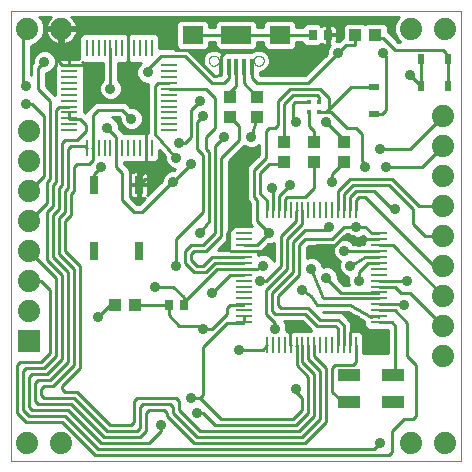
<source format=gtl>
G75*
%MOIN*%
%OFA0B0*%
%FSLAX25Y25*%
%IPPOS*%
%LPD*%
%AMOC8*
5,1,8,0,0,1.08239X$1,22.5*
%
%ADD10C,0.00000*%
%ADD11R,0.01800X0.01800*%
%ADD12R,0.03268X0.02480*%
%ADD13R,0.02480X0.03268*%
%ADD14R,0.02756X0.03543*%
%ADD15R,0.01575X0.05709*%
%ADD16R,0.07087X0.05906*%
%ADD17R,0.09843X0.05906*%
%ADD18C,0.07400*%
%ADD19R,0.04331X0.03937*%
%ADD20R,0.03937X0.04331*%
%ADD21R,0.03000X0.06000*%
%ADD22R,0.05800X0.01100*%
%ADD23R,0.01100X0.05800*%
%ADD24R,0.07480X0.04331*%
%ADD25R,0.07400X0.07400*%
%ADD26C,0.01000*%
%ADD27C,0.03600*%
D10*
X0307500Y0205500D02*
X0307500Y0355500D01*
X0457500Y0355500D01*
X0457500Y0205500D01*
X0307500Y0205500D01*
X0373347Y0338839D02*
X0373349Y0338920D01*
X0373355Y0339002D01*
X0373365Y0339083D01*
X0373379Y0339163D01*
X0373396Y0339242D01*
X0373418Y0339321D01*
X0373443Y0339398D01*
X0373472Y0339475D01*
X0373505Y0339549D01*
X0373542Y0339622D01*
X0373581Y0339693D01*
X0373625Y0339762D01*
X0373671Y0339829D01*
X0373721Y0339893D01*
X0373774Y0339955D01*
X0373830Y0340015D01*
X0373888Y0340071D01*
X0373950Y0340125D01*
X0374014Y0340176D01*
X0374080Y0340223D01*
X0374148Y0340267D01*
X0374219Y0340308D01*
X0374291Y0340345D01*
X0374366Y0340379D01*
X0374441Y0340409D01*
X0374519Y0340435D01*
X0374597Y0340458D01*
X0374676Y0340476D01*
X0374756Y0340491D01*
X0374837Y0340502D01*
X0374918Y0340509D01*
X0375000Y0340512D01*
X0375081Y0340511D01*
X0375162Y0340506D01*
X0375243Y0340497D01*
X0375324Y0340484D01*
X0375404Y0340467D01*
X0375482Y0340447D01*
X0375560Y0340422D01*
X0375637Y0340394D01*
X0375712Y0340362D01*
X0375785Y0340327D01*
X0375856Y0340288D01*
X0375926Y0340245D01*
X0375993Y0340200D01*
X0376059Y0340151D01*
X0376121Y0340099D01*
X0376181Y0340043D01*
X0376238Y0339985D01*
X0376293Y0339925D01*
X0376344Y0339861D01*
X0376392Y0339796D01*
X0376437Y0339728D01*
X0376479Y0339658D01*
X0376517Y0339586D01*
X0376552Y0339512D01*
X0376583Y0339437D01*
X0376610Y0339360D01*
X0376633Y0339282D01*
X0376653Y0339203D01*
X0376669Y0339123D01*
X0376681Y0339042D01*
X0376689Y0338961D01*
X0376693Y0338880D01*
X0376693Y0338798D01*
X0376689Y0338717D01*
X0376681Y0338636D01*
X0376669Y0338555D01*
X0376653Y0338475D01*
X0376633Y0338396D01*
X0376610Y0338318D01*
X0376583Y0338241D01*
X0376552Y0338166D01*
X0376517Y0338092D01*
X0376479Y0338020D01*
X0376437Y0337950D01*
X0376392Y0337882D01*
X0376344Y0337817D01*
X0376293Y0337753D01*
X0376238Y0337693D01*
X0376181Y0337635D01*
X0376121Y0337579D01*
X0376059Y0337527D01*
X0375993Y0337478D01*
X0375926Y0337433D01*
X0375857Y0337390D01*
X0375785Y0337351D01*
X0375712Y0337316D01*
X0375637Y0337284D01*
X0375560Y0337256D01*
X0375482Y0337231D01*
X0375404Y0337211D01*
X0375324Y0337194D01*
X0375243Y0337181D01*
X0375162Y0337172D01*
X0375081Y0337167D01*
X0375000Y0337166D01*
X0374918Y0337169D01*
X0374837Y0337176D01*
X0374756Y0337187D01*
X0374676Y0337202D01*
X0374597Y0337220D01*
X0374519Y0337243D01*
X0374441Y0337269D01*
X0374366Y0337299D01*
X0374291Y0337333D01*
X0374219Y0337370D01*
X0374148Y0337411D01*
X0374080Y0337455D01*
X0374014Y0337502D01*
X0373950Y0337553D01*
X0373888Y0337607D01*
X0373830Y0337663D01*
X0373774Y0337723D01*
X0373721Y0337785D01*
X0373671Y0337849D01*
X0373625Y0337916D01*
X0373581Y0337985D01*
X0373542Y0338056D01*
X0373505Y0338129D01*
X0373472Y0338203D01*
X0373443Y0338280D01*
X0373418Y0338357D01*
X0373396Y0338436D01*
X0373379Y0338515D01*
X0373365Y0338595D01*
X0373355Y0338676D01*
X0373349Y0338758D01*
X0373347Y0338839D01*
X0388307Y0338839D02*
X0388309Y0338920D01*
X0388315Y0339002D01*
X0388325Y0339083D01*
X0388339Y0339163D01*
X0388356Y0339242D01*
X0388378Y0339321D01*
X0388403Y0339398D01*
X0388432Y0339475D01*
X0388465Y0339549D01*
X0388502Y0339622D01*
X0388541Y0339693D01*
X0388585Y0339762D01*
X0388631Y0339829D01*
X0388681Y0339893D01*
X0388734Y0339955D01*
X0388790Y0340015D01*
X0388848Y0340071D01*
X0388910Y0340125D01*
X0388974Y0340176D01*
X0389040Y0340223D01*
X0389108Y0340267D01*
X0389179Y0340308D01*
X0389251Y0340345D01*
X0389326Y0340379D01*
X0389401Y0340409D01*
X0389479Y0340435D01*
X0389557Y0340458D01*
X0389636Y0340476D01*
X0389716Y0340491D01*
X0389797Y0340502D01*
X0389878Y0340509D01*
X0389960Y0340512D01*
X0390041Y0340511D01*
X0390122Y0340506D01*
X0390203Y0340497D01*
X0390284Y0340484D01*
X0390364Y0340467D01*
X0390442Y0340447D01*
X0390520Y0340422D01*
X0390597Y0340394D01*
X0390672Y0340362D01*
X0390745Y0340327D01*
X0390816Y0340288D01*
X0390886Y0340245D01*
X0390953Y0340200D01*
X0391019Y0340151D01*
X0391081Y0340099D01*
X0391141Y0340043D01*
X0391198Y0339985D01*
X0391253Y0339925D01*
X0391304Y0339861D01*
X0391352Y0339796D01*
X0391397Y0339728D01*
X0391439Y0339658D01*
X0391477Y0339586D01*
X0391512Y0339512D01*
X0391543Y0339437D01*
X0391570Y0339360D01*
X0391593Y0339282D01*
X0391613Y0339203D01*
X0391629Y0339123D01*
X0391641Y0339042D01*
X0391649Y0338961D01*
X0391653Y0338880D01*
X0391653Y0338798D01*
X0391649Y0338717D01*
X0391641Y0338636D01*
X0391629Y0338555D01*
X0391613Y0338475D01*
X0391593Y0338396D01*
X0391570Y0338318D01*
X0391543Y0338241D01*
X0391512Y0338166D01*
X0391477Y0338092D01*
X0391439Y0338020D01*
X0391397Y0337950D01*
X0391352Y0337882D01*
X0391304Y0337817D01*
X0391253Y0337753D01*
X0391198Y0337693D01*
X0391141Y0337635D01*
X0391081Y0337579D01*
X0391019Y0337527D01*
X0390953Y0337478D01*
X0390886Y0337433D01*
X0390817Y0337390D01*
X0390745Y0337351D01*
X0390672Y0337316D01*
X0390597Y0337284D01*
X0390520Y0337256D01*
X0390442Y0337231D01*
X0390364Y0337211D01*
X0390284Y0337194D01*
X0390203Y0337181D01*
X0390122Y0337172D01*
X0390041Y0337167D01*
X0389960Y0337166D01*
X0389878Y0337169D01*
X0389797Y0337176D01*
X0389716Y0337187D01*
X0389636Y0337202D01*
X0389557Y0337220D01*
X0389479Y0337243D01*
X0389401Y0337269D01*
X0389326Y0337299D01*
X0389251Y0337333D01*
X0389179Y0337370D01*
X0389108Y0337411D01*
X0389040Y0337455D01*
X0388974Y0337502D01*
X0388910Y0337553D01*
X0388848Y0337607D01*
X0388790Y0337663D01*
X0388734Y0337723D01*
X0388681Y0337785D01*
X0388631Y0337849D01*
X0388585Y0337916D01*
X0388541Y0337985D01*
X0388502Y0338056D01*
X0388465Y0338129D01*
X0388432Y0338203D01*
X0388403Y0338280D01*
X0388378Y0338357D01*
X0388356Y0338436D01*
X0388339Y0338515D01*
X0388325Y0338595D01*
X0388315Y0338676D01*
X0388309Y0338758D01*
X0388307Y0338839D01*
D11*
X0406800Y0325200D03*
X0410200Y0325200D03*
X0410200Y0321800D03*
X0406800Y0321800D03*
D12*
X0428500Y0320972D03*
X0428500Y0330028D03*
D13*
X0443972Y0330500D03*
X0453028Y0330500D03*
X0453028Y0339500D03*
X0443972Y0339500D03*
D14*
X0413059Y0347500D03*
X0407941Y0347500D03*
X0365059Y0257500D03*
X0359941Y0257500D03*
D15*
X0377382Y0336772D03*
X0379941Y0336772D03*
X0382500Y0336772D03*
X0385059Y0336772D03*
X0387618Y0336772D03*
D16*
X0397008Y0347500D03*
X0367992Y0347500D03*
D17*
X0382500Y0347500D03*
D18*
X0324200Y0349500D03*
X0312800Y0349500D03*
X0313500Y0315500D03*
X0313500Y0305500D03*
X0313500Y0295500D03*
X0313500Y0285500D03*
X0313500Y0275500D03*
X0313500Y0265500D03*
X0313500Y0255500D03*
X0312800Y0211500D03*
X0324200Y0211500D03*
X0440800Y0211500D03*
X0452200Y0211500D03*
X0451500Y0240500D03*
X0451500Y0250500D03*
X0451500Y0260500D03*
X0451500Y0270500D03*
X0451500Y0280500D03*
X0451500Y0290500D03*
X0451500Y0300500D03*
X0451500Y0310500D03*
X0451500Y0320500D03*
X0452200Y0349500D03*
X0440800Y0349500D03*
D19*
X0428846Y0347500D03*
X0422154Y0347500D03*
X0348846Y0257500D03*
X0342154Y0257500D03*
D20*
X0398500Y0305154D03*
X0398500Y0311846D03*
X0408500Y0311846D03*
X0408500Y0305154D03*
X0418500Y0305154D03*
X0418500Y0311846D03*
X0389500Y0320154D03*
X0389500Y0326846D03*
X0380500Y0326846D03*
X0380500Y0320154D03*
D21*
X0350000Y0297500D03*
X0335000Y0297500D03*
X0335000Y0275500D03*
X0350000Y0275500D03*
D22*
X0385000Y0275400D03*
X0385000Y0277300D03*
X0385000Y0279300D03*
X0385000Y0281300D03*
X0385000Y0273400D03*
X0385000Y0271400D03*
X0385000Y0269500D03*
X0385000Y0267500D03*
X0385000Y0265500D03*
X0385000Y0263500D03*
X0385000Y0261600D03*
X0385000Y0259600D03*
X0385000Y0257600D03*
X0385000Y0255700D03*
X0385000Y0253700D03*
X0385000Y0251700D03*
X0430000Y0251700D03*
X0430000Y0253700D03*
X0430000Y0255700D03*
X0430000Y0257600D03*
X0430000Y0259600D03*
X0430000Y0261600D03*
X0430000Y0263500D03*
X0430000Y0265500D03*
X0430000Y0267500D03*
X0430000Y0269500D03*
X0430000Y0271400D03*
X0430000Y0273400D03*
X0430000Y0275400D03*
X0430000Y0277300D03*
X0430000Y0279300D03*
X0430000Y0281300D03*
X0360100Y0315700D03*
X0360100Y0317600D03*
X0360100Y0319600D03*
X0360100Y0321600D03*
X0360100Y0323500D03*
X0360100Y0325500D03*
X0360100Y0327500D03*
X0360100Y0329500D03*
X0360100Y0331400D03*
X0360100Y0333400D03*
X0360100Y0335400D03*
X0360100Y0337300D03*
X0326900Y0337300D03*
X0326900Y0335400D03*
X0326900Y0333400D03*
X0326900Y0331400D03*
X0326900Y0329500D03*
X0326900Y0327500D03*
X0326900Y0325500D03*
X0326900Y0323500D03*
X0326900Y0321600D03*
X0326900Y0319600D03*
X0326900Y0317600D03*
X0326900Y0315700D03*
D23*
X0332700Y0309900D03*
X0334600Y0309900D03*
X0336600Y0309900D03*
X0338600Y0309900D03*
X0340500Y0309900D03*
X0342500Y0309900D03*
X0344500Y0309900D03*
X0346500Y0309900D03*
X0348400Y0309900D03*
X0350400Y0309900D03*
X0352400Y0309900D03*
X0354300Y0309900D03*
X0392700Y0289000D03*
X0394700Y0289000D03*
X0396700Y0289000D03*
X0398600Y0289000D03*
X0400600Y0289000D03*
X0402600Y0289000D03*
X0404500Y0289000D03*
X0406500Y0289000D03*
X0408500Y0289000D03*
X0410500Y0289000D03*
X0412400Y0289000D03*
X0414400Y0289000D03*
X0416400Y0289000D03*
X0418300Y0289000D03*
X0420300Y0289000D03*
X0422300Y0289000D03*
X0422300Y0244000D03*
X0420300Y0244000D03*
X0418300Y0244000D03*
X0416400Y0244000D03*
X0414400Y0244000D03*
X0412400Y0244000D03*
X0410500Y0244000D03*
X0408500Y0244000D03*
X0406500Y0244000D03*
X0404500Y0244000D03*
X0402600Y0244000D03*
X0400600Y0244000D03*
X0398600Y0244000D03*
X0396700Y0244000D03*
X0394700Y0244000D03*
X0392700Y0244000D03*
X0354300Y0343100D03*
X0352400Y0343100D03*
X0350400Y0343100D03*
X0348400Y0343100D03*
X0346500Y0343100D03*
X0344500Y0343100D03*
X0342500Y0343100D03*
X0340500Y0343100D03*
X0338600Y0343100D03*
X0336600Y0343100D03*
X0334600Y0343100D03*
X0332700Y0343100D03*
D24*
X0420217Y0234028D03*
X0434783Y0234028D03*
X0434783Y0224972D03*
X0420217Y0224972D03*
D25*
X0313500Y0245500D03*
D26*
X0320500Y0241500D02*
X0317500Y0238500D01*
X0310500Y0238500D01*
X0309500Y0237500D01*
X0309500Y0221500D01*
X0312500Y0218500D01*
X0324500Y0218500D01*
X0335500Y0207500D01*
X0433500Y0207500D01*
X0434500Y0208500D01*
X0434500Y0215500D01*
X0438500Y0219500D01*
X0441500Y0219500D01*
X0442500Y0220500D01*
X0442500Y0237500D01*
X0439500Y0240500D01*
X0439500Y0251500D01*
X0435300Y0255700D01*
X0430000Y0255700D01*
X0430000Y0257600D02*
X0438400Y0257600D01*
X0438500Y0257500D01*
X0437500Y0261500D02*
X0435500Y0263500D01*
X0430000Y0263500D01*
X0430000Y0261600D02*
X0429900Y0261500D01*
X0417500Y0261500D01*
X0412500Y0266500D01*
X0416300Y0266409D02*
X0419764Y0266409D01*
X0419700Y0266256D02*
X0419700Y0264744D01*
X0420008Y0264000D01*
X0418536Y0264000D01*
X0416300Y0266236D01*
X0416300Y0267256D01*
X0415721Y0268653D01*
X0414653Y0269721D01*
X0413256Y0270300D01*
X0411744Y0270300D01*
X0411300Y0270116D01*
X0411300Y0270256D01*
X0410721Y0271653D01*
X0409653Y0272721D01*
X0408256Y0273300D01*
X0406744Y0273300D01*
X0406000Y0272992D01*
X0406000Y0276464D01*
X0406536Y0277000D01*
X0414997Y0277000D01*
X0415011Y0277005D01*
X0414700Y0276256D01*
X0414700Y0274744D01*
X0415279Y0273347D01*
X0416347Y0272279D01*
X0417010Y0272004D01*
X0416700Y0271256D01*
X0416700Y0269744D01*
X0417279Y0268347D01*
X0418347Y0267279D01*
X0419744Y0266700D01*
X0419884Y0266700D01*
X0419700Y0266256D01*
X0419700Y0265411D02*
X0417125Y0265411D01*
X0418123Y0264412D02*
X0419837Y0264412D01*
X0418218Y0267408D02*
X0416237Y0267408D01*
X0415823Y0268406D02*
X0417254Y0268406D01*
X0416841Y0269405D02*
X0414969Y0269405D01*
X0416700Y0270403D02*
X0411239Y0270403D01*
X0410825Y0271402D02*
X0416760Y0271402D01*
X0416226Y0272400D02*
X0409974Y0272400D01*
X0407500Y0269500D02*
X0411400Y0259600D01*
X0430000Y0259600D01*
X0430000Y0253700D02*
X0427700Y0253700D01*
X0427500Y0253500D01*
X0420500Y0257500D01*
X0409500Y0257500D01*
X0407500Y0260500D01*
X0404500Y0262500D01*
X0403500Y0267500D02*
X0396500Y0260500D01*
X0396500Y0257500D01*
X0397500Y0256500D01*
X0406500Y0256500D01*
X0410500Y0252500D01*
X0416500Y0252500D01*
X0418300Y0250700D01*
X0418300Y0244000D01*
X0416400Y0244000D02*
X0416400Y0249600D01*
X0415500Y0250500D01*
X0409500Y0250500D01*
X0405500Y0254500D01*
X0395500Y0254500D01*
X0394500Y0255500D01*
X0394500Y0261500D01*
X0401500Y0268500D01*
X0401500Y0278500D01*
X0405500Y0282500D01*
X0412500Y0282500D01*
X0413500Y0283500D01*
X0414500Y0279500D02*
X0418500Y0283500D01*
X0422500Y0283500D01*
X0425500Y0283500D01*
X0427700Y0281300D01*
X0430000Y0281300D01*
X0430000Y0279300D02*
X0424300Y0279300D01*
X0423500Y0278500D01*
X0421500Y0280500D01*
X0418500Y0280500D01*
X0415500Y0277500D01*
X0409500Y0277500D01*
X0407500Y0275500D01*
X0406000Y0275396D02*
X0414700Y0275396D01*
X0414757Y0276394D02*
X0406000Y0276394D01*
X0406000Y0274397D02*
X0414844Y0274397D01*
X0415257Y0273399D02*
X0406000Y0273399D01*
X0403500Y0277500D02*
X0403500Y0267500D01*
X0399500Y0269500D02*
X0392500Y0262500D01*
X0392500Y0254500D01*
X0395500Y0251500D01*
X0395500Y0249500D01*
X0399300Y0249434D02*
X0407030Y0249434D01*
X0407381Y0249084D02*
X0407564Y0248900D01*
X0401222Y0248900D01*
X0400722Y0248400D01*
X0400600Y0248400D01*
X0400600Y0248278D01*
X0400600Y0248278D01*
X0400600Y0248278D01*
X0400600Y0248400D01*
X0400478Y0248400D01*
X0399978Y0248900D01*
X0399300Y0248900D01*
X0399300Y0250256D01*
X0398721Y0251653D01*
X0398374Y0252000D01*
X0404464Y0252000D01*
X0407381Y0249084D01*
X0406031Y0250433D02*
X0399227Y0250433D01*
X0398813Y0251432D02*
X0405033Y0251432D01*
X0400500Y0249500D02*
X0400500Y0244100D01*
X0400600Y0244000D01*
X0402500Y0243900D02*
X0402600Y0244000D01*
X0402600Y0237400D01*
X0406500Y0233500D01*
X0406500Y0221500D01*
X0402500Y0217500D01*
X0375500Y0217500D01*
X0371500Y0221500D01*
X0369500Y0221500D01*
X0370500Y0226500D02*
X0377500Y0219500D01*
X0401500Y0219500D01*
X0404500Y0222500D01*
X0404500Y0226500D01*
X0402500Y0228500D01*
X0402500Y0229500D01*
X0408500Y0234500D02*
X0404500Y0238500D01*
X0404500Y0244000D01*
X0406500Y0244000D02*
X0406500Y0239500D01*
X0410500Y0235500D01*
X0410500Y0219500D01*
X0404500Y0213500D01*
X0369500Y0213500D01*
X0361500Y0221500D01*
X0361500Y0223500D01*
X0360500Y0224500D01*
X0351500Y0224500D01*
X0350500Y0223500D01*
X0350500Y0216500D01*
X0349500Y0215500D01*
X0339500Y0215500D01*
X0328500Y0226500D01*
X0318500Y0226500D01*
X0317500Y0227500D01*
X0317500Y0229500D01*
X0318500Y0230500D01*
X0321500Y0230500D01*
X0328500Y0237500D01*
X0328500Y0269500D01*
X0323500Y0274500D01*
X0323500Y0286500D01*
X0325500Y0288500D01*
X0325500Y0295500D01*
X0326500Y0296500D01*
X0326500Y0309500D01*
X0327500Y0310500D01*
X0332100Y0310500D01*
X0332700Y0309900D01*
X0334500Y0309800D02*
X0334600Y0309900D01*
X0334600Y0320600D01*
X0336500Y0322500D01*
X0344500Y0322500D01*
X0347500Y0319500D01*
X0351300Y0319330D02*
X0353000Y0319330D01*
X0353000Y0318332D02*
X0351129Y0318332D01*
X0351300Y0318744D02*
X0351300Y0320256D01*
X0350721Y0321653D01*
X0349653Y0322721D01*
X0348256Y0323300D01*
X0347236Y0323300D01*
X0345916Y0324619D01*
X0344997Y0325000D01*
X0336003Y0325000D01*
X0335084Y0324619D01*
X0334381Y0323916D01*
X0332481Y0322016D01*
X0332199Y0321336D01*
X0331916Y0321619D01*
X0331800Y0321667D01*
X0331800Y0336778D01*
X0331300Y0337278D01*
X0331300Y0337300D01*
X0331300Y0338047D01*
X0331236Y0338285D01*
X0331322Y0338200D01*
X0338000Y0338200D01*
X0338000Y0332374D01*
X0337279Y0331653D01*
X0336700Y0330256D01*
X0336700Y0328744D01*
X0337279Y0327347D01*
X0338347Y0326279D01*
X0339744Y0325700D01*
X0341256Y0325700D01*
X0342653Y0326279D01*
X0343721Y0327347D01*
X0344300Y0328744D01*
X0344300Y0330256D01*
X0343721Y0331653D01*
X0343000Y0332374D01*
X0343000Y0338200D01*
X0345878Y0338200D01*
X0346378Y0338700D01*
X0346500Y0338700D01*
X0346522Y0338700D01*
X0347022Y0338200D01*
X0350826Y0338200D01*
X0349779Y0337153D01*
X0349200Y0335756D01*
X0349200Y0334244D01*
X0349779Y0332847D01*
X0350847Y0331779D01*
X0352244Y0331200D01*
X0353084Y0331200D01*
X0353000Y0330997D01*
X0353000Y0314800D01*
X0352922Y0314800D01*
X0352422Y0314300D01*
X0352400Y0314300D01*
X0352400Y0314278D01*
X0352400Y0314300D01*
X0352278Y0314300D01*
X0351778Y0314800D01*
X0344667Y0314800D01*
X0344619Y0314916D01*
X0343300Y0316236D01*
X0343300Y0317256D01*
X0342721Y0318653D01*
X0341653Y0319721D01*
X0340980Y0320000D01*
X0343464Y0320000D01*
X0343700Y0319764D01*
X0343700Y0318744D01*
X0344279Y0317347D01*
X0345347Y0316279D01*
X0346744Y0315700D01*
X0348256Y0315700D01*
X0349653Y0316279D01*
X0350721Y0317347D01*
X0351300Y0318744D01*
X0350707Y0317333D02*
X0353000Y0317333D01*
X0353000Y0316335D02*
X0349709Y0316335D01*
X0352241Y0314338D02*
X0352459Y0314338D01*
X0352400Y0314278D02*
X0352400Y0314278D01*
X0353000Y0315336D02*
X0344199Y0315336D01*
X0343300Y0316335D02*
X0345291Y0316335D01*
X0344293Y0317333D02*
X0343268Y0317333D01*
X0342854Y0318332D02*
X0343871Y0318332D01*
X0343700Y0319330D02*
X0342044Y0319330D01*
X0339500Y0316500D02*
X0342500Y0313500D01*
X0342500Y0309900D01*
X0342500Y0303500D01*
X0344500Y0301500D01*
X0344500Y0292500D01*
X0348500Y0288500D01*
X0351000Y0288500D01*
X0360000Y0297500D01*
X0360500Y0297500D01*
X0361500Y0298500D01*
X0367500Y0304500D01*
X0371500Y0307500D02*
X0369500Y0309500D01*
X0369500Y0318500D01*
X0371500Y0320500D01*
X0367500Y0322500D02*
X0370500Y0325500D01*
X0367500Y0322500D02*
X0367500Y0313500D01*
X0365500Y0311500D01*
X0363500Y0311500D01*
X0362500Y0306500D02*
X0355500Y0314500D01*
X0355500Y0330500D01*
X0356400Y0331400D01*
X0360100Y0331400D01*
X0360100Y0329500D02*
X0372500Y0329500D01*
X0375500Y0326500D01*
X0375500Y0316500D01*
X0372500Y0313500D01*
X0372500Y0309500D01*
X0373500Y0308500D01*
X0373500Y0285500D01*
X0370500Y0281500D01*
X0371500Y0277500D02*
X0375500Y0281500D01*
X0375500Y0310500D01*
X0378500Y0313500D01*
X0383500Y0312500D02*
X0377500Y0306500D01*
X0377500Y0280500D01*
X0372500Y0275500D01*
X0368500Y0275500D01*
X0367500Y0274500D01*
X0367500Y0272500D01*
X0369500Y0270500D01*
X0371500Y0270500D01*
X0374400Y0273400D01*
X0385000Y0273400D01*
X0384900Y0271500D02*
X0375500Y0271500D01*
X0372500Y0268500D01*
X0368500Y0268500D01*
X0365500Y0271500D01*
X0365500Y0275500D01*
X0367500Y0277500D01*
X0371500Y0277500D01*
X0376436Y0275900D02*
X0378916Y0278381D01*
X0379619Y0279084D01*
X0380000Y0280003D01*
X0380000Y0305464D01*
X0385081Y0310545D01*
X0385347Y0310279D01*
X0386744Y0309700D01*
X0388256Y0309700D01*
X0389653Y0310279D01*
X0390000Y0310626D01*
X0390000Y0307536D01*
X0386381Y0303916D01*
X0386000Y0302997D01*
X0386000Y0293003D01*
X0386381Y0292084D01*
X0387000Y0291464D01*
X0387000Y0285003D01*
X0387381Y0284084D01*
X0387614Y0283850D01*
X0381272Y0283850D01*
X0380100Y0282678D01*
X0380100Y0275922D01*
X0380122Y0275900D01*
X0376436Y0275900D01*
X0376930Y0276394D02*
X0380100Y0276394D01*
X0379500Y0276500D02*
X0380600Y0275400D01*
X0385000Y0275400D01*
X0391600Y0275400D01*
X0393500Y0275500D01*
X0395000Y0275396D02*
X0390931Y0275396D01*
X0390916Y0275381D02*
X0393236Y0277700D01*
X0394256Y0277700D01*
X0395000Y0278008D01*
X0395000Y0271980D01*
X0394721Y0272653D01*
X0393653Y0273721D01*
X0392256Y0274300D01*
X0390744Y0274300D01*
X0389900Y0273950D01*
X0389900Y0274778D01*
X0389678Y0275000D01*
X0389997Y0275000D01*
X0390916Y0275381D01*
X0389900Y0274397D02*
X0395000Y0274397D01*
X0395000Y0273399D02*
X0393975Y0273399D01*
X0394826Y0272400D02*
X0395000Y0272400D01*
X0397500Y0270500D02*
X0392500Y0265500D01*
X0390500Y0265500D01*
X0389500Y0269500D02*
X0391500Y0270500D01*
X0389500Y0269500D02*
X0385000Y0269500D01*
X0376059Y0269500D01*
X0365059Y0258500D01*
X0365059Y0257500D01*
X0365059Y0259941D01*
X0361500Y0263500D01*
X0355500Y0263500D01*
X0359941Y0257500D02*
X0348846Y0257500D01*
X0342154Y0257500D02*
X0340500Y0257500D01*
X0336500Y0253500D01*
X0320500Y0262500D02*
X0320500Y0241500D01*
X0322500Y0240500D02*
X0318500Y0236500D01*
X0312500Y0236500D01*
X0311500Y0235500D01*
X0311500Y0222500D01*
X0313500Y0220500D01*
X0325500Y0220500D01*
X0336500Y0209500D01*
X0428500Y0209500D01*
X0430500Y0211500D01*
X0420217Y0224972D02*
X0418028Y0224972D01*
X0414500Y0228500D01*
X0414500Y0236500D01*
X0415500Y0237500D01*
X0421500Y0237500D01*
X0422300Y0238300D01*
X0422300Y0244000D01*
X0420300Y0244000D02*
X0420300Y0246300D01*
X0420500Y0246500D01*
X0420500Y0248500D01*
X0422500Y0250500D01*
X0422500Y0252500D01*
X0422586Y0253429D02*
X0419107Y0253429D01*
X0419716Y0252819D02*
X0417916Y0254619D01*
X0416997Y0255000D01*
X0411536Y0255000D01*
X0411536Y0255000D01*
X0419836Y0255000D01*
X0425100Y0251992D01*
X0425100Y0250322D01*
X0426272Y0249150D01*
X0433000Y0249150D01*
X0433000Y0241300D01*
X0424850Y0241300D01*
X0424850Y0247728D01*
X0423678Y0248900D01*
X0420922Y0248900D01*
X0420800Y0248778D01*
X0420800Y0251197D01*
X0420419Y0252116D01*
X0419716Y0252819D01*
X0419716Y0252819D01*
X0420105Y0252430D02*
X0424334Y0252430D01*
X0425100Y0251432D02*
X0420703Y0251432D01*
X0420800Y0250433D02*
X0425100Y0250433D01*
X0425987Y0249434D02*
X0420800Y0249434D01*
X0424142Y0248436D02*
X0433000Y0248436D01*
X0433000Y0247437D02*
X0424850Y0247437D01*
X0424850Y0246439D02*
X0433000Y0246439D01*
X0433000Y0245440D02*
X0424850Y0245440D01*
X0424850Y0244442D02*
X0433000Y0244442D01*
X0433000Y0243443D02*
X0424850Y0243443D01*
X0424850Y0242445D02*
X0433000Y0242445D01*
X0433000Y0241446D02*
X0424850Y0241446D01*
X0430000Y0251700D02*
X0434300Y0251700D01*
X0435500Y0250500D01*
X0435500Y0234744D01*
X0434783Y0234028D01*
X0412500Y0236500D02*
X0408500Y0240500D01*
X0408500Y0244000D01*
X0412500Y0236500D02*
X0412500Y0218500D01*
X0405500Y0211500D01*
X0368500Y0211500D01*
X0359500Y0220500D01*
X0359500Y0221500D01*
X0358500Y0222500D01*
X0353500Y0222500D01*
X0352500Y0221500D01*
X0352500Y0215500D01*
X0350500Y0213500D01*
X0338500Y0213500D01*
X0327500Y0224500D01*
X0316500Y0224500D01*
X0315500Y0225500D01*
X0315500Y0231500D01*
X0316500Y0232500D01*
X0320500Y0232500D01*
X0326500Y0238500D01*
X0326500Y0268500D01*
X0321500Y0273500D01*
X0321500Y0287500D01*
X0323500Y0289500D01*
X0323500Y0296500D01*
X0324500Y0297500D01*
X0324500Y0311500D01*
X0325500Y0312500D01*
X0329500Y0312500D01*
X0332500Y0315500D01*
X0332500Y0317500D01*
X0330500Y0319500D01*
X0326800Y0319500D01*
X0326900Y0319600D01*
X0326900Y0321600D01*
X0326900Y0323500D02*
X0323500Y0323500D01*
X0322500Y0322500D01*
X0322500Y0298500D01*
X0321500Y0297500D01*
X0321500Y0290500D01*
X0319500Y0288500D01*
X0319500Y0272500D01*
X0324500Y0267500D01*
X0324500Y0239500D01*
X0319500Y0234500D01*
X0314500Y0234500D01*
X0313500Y0233500D01*
X0313500Y0223500D01*
X0314500Y0222500D01*
X0326500Y0222500D01*
X0337500Y0211500D01*
X0353500Y0211500D01*
X0357500Y0215500D01*
X0357500Y0217500D01*
X0363500Y0222500D02*
X0370500Y0215500D01*
X0403500Y0215500D01*
X0408500Y0220500D01*
X0408500Y0234500D01*
X0400758Y0248436D02*
X0400442Y0248436D01*
X0392700Y0244000D02*
X0392500Y0243800D01*
X0391500Y0242500D01*
X0383500Y0242500D01*
X0384800Y0251500D02*
X0379500Y0251500D01*
X0371500Y0243500D01*
X0371500Y0227500D01*
X0370500Y0226500D01*
X0367500Y0226500D01*
X0363500Y0225500D02*
X0363500Y0222500D01*
X0363500Y0225500D02*
X0362500Y0226500D01*
X0349500Y0226500D01*
X0348500Y0225500D01*
X0348500Y0218500D01*
X0347500Y0217500D01*
X0340500Y0217500D01*
X0329500Y0228500D01*
X0325500Y0228500D01*
X0324500Y0229500D01*
X0324500Y0230500D01*
X0330500Y0236500D01*
X0330500Y0270500D01*
X0325500Y0275500D01*
X0325500Y0285500D01*
X0327500Y0287500D01*
X0327500Y0294500D01*
X0328500Y0295500D01*
X0328500Y0303500D01*
X0329500Y0304500D01*
X0333500Y0304500D01*
X0334600Y0305600D01*
X0334600Y0309900D01*
X0337500Y0303500D02*
X0335000Y0301000D01*
X0335000Y0297500D01*
X0347000Y0297363D02*
X0349750Y0297363D01*
X0349750Y0297250D02*
X0347000Y0297250D01*
X0347000Y0294303D01*
X0347102Y0293921D01*
X0347300Y0293579D01*
X0347579Y0293300D01*
X0347921Y0293102D01*
X0348303Y0293000D01*
X0349750Y0293000D01*
X0349750Y0297250D01*
X0350250Y0297250D01*
X0350250Y0297750D01*
X0349750Y0297750D01*
X0349750Y0302000D01*
X0348303Y0302000D01*
X0347921Y0301898D01*
X0347579Y0301700D01*
X0347300Y0301421D01*
X0347102Y0301079D01*
X0347000Y0300697D01*
X0347000Y0297750D01*
X0349750Y0297750D01*
X0349750Y0297250D01*
X0350000Y0297500D02*
X0352000Y0299500D01*
X0355500Y0299500D01*
X0357326Y0298362D02*
X0353000Y0298362D01*
X0353000Y0297750D02*
X0353000Y0300697D01*
X0352898Y0301079D01*
X0352700Y0301421D01*
X0352421Y0301700D01*
X0352079Y0301898D01*
X0351697Y0302000D01*
X0350250Y0302000D01*
X0350250Y0297750D01*
X0353000Y0297750D01*
X0353000Y0297250D02*
X0350250Y0297250D01*
X0350250Y0293000D01*
X0351697Y0293000D01*
X0352062Y0293098D01*
X0349964Y0291000D01*
X0349536Y0291000D01*
X0347000Y0293536D01*
X0347000Y0301997D01*
X0346619Y0302916D01*
X0345916Y0303619D01*
X0345000Y0304536D01*
X0345000Y0305000D01*
X0351778Y0305000D01*
X0352278Y0305500D01*
X0352400Y0305500D01*
X0352422Y0305500D01*
X0352922Y0305000D01*
X0355678Y0305000D01*
X0356850Y0306172D01*
X0356850Y0309161D01*
X0358700Y0307046D01*
X0358700Y0305744D01*
X0359279Y0304347D01*
X0360347Y0303279D01*
X0361744Y0302700D01*
X0362164Y0302700D01*
X0361764Y0302300D01*
X0360744Y0302300D01*
X0359347Y0301721D01*
X0358279Y0300653D01*
X0357700Y0299256D01*
X0357700Y0298736D01*
X0352902Y0293938D01*
X0353000Y0294303D01*
X0353000Y0297250D01*
X0353000Y0296365D02*
X0355329Y0296365D01*
X0356328Y0297363D02*
X0350250Y0297363D01*
X0350000Y0297500D02*
X0350000Y0300000D01*
X0352500Y0302500D01*
X0352500Y0309800D01*
X0352400Y0309900D01*
X0352400Y0320600D01*
X0346500Y0326500D01*
X0346500Y0327500D01*
X0346500Y0343100D01*
X0346500Y0347500D01*
X0347500Y0348500D01*
X0356500Y0348500D01*
X0362500Y0342500D01*
X0366500Y0342500D01*
X0375228Y0333772D01*
X0377382Y0333925D01*
X0377382Y0336772D01*
X0377382Y0340382D01*
X0379500Y0342500D01*
X0406500Y0342500D01*
X0404500Y0340500D01*
X0404500Y0336500D01*
X0405772Y0334308D02*
X0390405Y0334308D01*
X0390405Y0334130D02*
X0390405Y0335165D01*
X0390711Y0335165D01*
X0392061Y0335725D01*
X0393094Y0336758D01*
X0393654Y0338108D01*
X0393654Y0339569D01*
X0393094Y0340919D01*
X0392061Y0341953D01*
X0390711Y0342512D01*
X0389250Y0342512D01*
X0387900Y0341953D01*
X0387573Y0341626D01*
X0378325Y0341626D01*
X0377876Y0341177D01*
X0377100Y0341953D01*
X0375750Y0342512D01*
X0374289Y0342512D01*
X0372939Y0341953D01*
X0371906Y0340919D01*
X0371346Y0339569D01*
X0371346Y0338189D01*
X0366988Y0342547D01*
X0372364Y0342547D01*
X0373535Y0343719D01*
X0373535Y0345000D01*
X0375579Y0345000D01*
X0375579Y0343719D01*
X0376750Y0342547D01*
X0388250Y0342547D01*
X0389421Y0343719D01*
X0389421Y0345000D01*
X0391465Y0345000D01*
X0391465Y0343719D01*
X0392636Y0342547D01*
X0401380Y0342547D01*
X0402551Y0343719D01*
X0402551Y0345000D01*
X0404563Y0345000D01*
X0404563Y0344900D01*
X0405735Y0343728D01*
X0410147Y0343728D01*
X0410879Y0344460D01*
X0411102Y0344331D01*
X0411484Y0344228D01*
X0412870Y0344228D01*
X0412870Y0347311D01*
X0413248Y0347311D01*
X0413248Y0344228D01*
X0413854Y0344228D01*
X0413279Y0343653D01*
X0412700Y0342256D01*
X0412700Y0341236D01*
X0405464Y0334000D01*
X0390536Y0334000D01*
X0390405Y0334130D01*
X0391052Y0335306D02*
X0406771Y0335306D01*
X0407769Y0336305D02*
X0392641Y0336305D01*
X0393320Y0337303D02*
X0408768Y0337303D01*
X0409766Y0338302D02*
X0393654Y0338302D01*
X0393654Y0339301D02*
X0410765Y0339301D01*
X0411764Y0340299D02*
X0393351Y0340299D01*
X0392716Y0341298D02*
X0412700Y0341298D01*
X0412717Y0342296D02*
X0391232Y0342296D01*
X0391889Y0343295D02*
X0388997Y0343295D01*
X0388729Y0342296D02*
X0376271Y0342296D01*
X0376003Y0343295D02*
X0373111Y0343295D01*
X0373535Y0344293D02*
X0375579Y0344293D01*
X0373768Y0342296D02*
X0367239Y0342296D01*
X0368238Y0341298D02*
X0372284Y0341298D01*
X0371649Y0340299D02*
X0369236Y0340299D01*
X0370235Y0339301D02*
X0371346Y0339301D01*
X0371346Y0338302D02*
X0371234Y0338302D01*
X0365500Y0340500D02*
X0374500Y0331500D01*
X0378500Y0331500D01*
X0379941Y0332941D01*
X0379941Y0336772D01*
X0382500Y0336772D02*
X0382500Y0330500D01*
X0378846Y0326846D01*
X0380500Y0326846D01*
X0385059Y0331287D02*
X0385059Y0336772D01*
X0387618Y0336772D02*
X0387772Y0336772D01*
X0387772Y0333228D01*
X0389500Y0331500D01*
X0406500Y0331500D01*
X0416500Y0341500D01*
X0419154Y0344154D01*
X0422154Y0344154D01*
X0422154Y0347500D01*
X0417988Y0347289D02*
X0415937Y0347289D01*
X0415937Y0347311D02*
X0413248Y0347311D01*
X0413248Y0347689D01*
X0412870Y0347689D01*
X0412870Y0350772D01*
X0411484Y0350772D01*
X0411102Y0350669D01*
X0410879Y0350540D01*
X0410147Y0351272D01*
X0405735Y0351272D01*
X0404563Y0350100D01*
X0404563Y0350000D01*
X0402551Y0350000D01*
X0402551Y0351281D01*
X0401380Y0352453D01*
X0392636Y0352453D01*
X0391465Y0351281D01*
X0391465Y0350000D01*
X0389421Y0350000D01*
X0389421Y0351281D01*
X0388250Y0352453D01*
X0376750Y0352453D01*
X0375579Y0351281D01*
X0375579Y0350000D01*
X0373535Y0350000D01*
X0373535Y0351281D01*
X0372364Y0352453D01*
X0363620Y0352453D01*
X0362449Y0351281D01*
X0362449Y0343719D01*
X0363168Y0343000D01*
X0357003Y0343000D01*
X0356850Y0342937D01*
X0356850Y0346828D01*
X0355678Y0348000D01*
X0347022Y0348000D01*
X0346522Y0347500D01*
X0346500Y0347500D01*
X0346500Y0347478D01*
X0346500Y0347500D01*
X0346378Y0347500D01*
X0345878Y0348000D01*
X0331322Y0348000D01*
X0330150Y0346828D01*
X0330150Y0339372D01*
X0330235Y0339286D01*
X0329997Y0339350D01*
X0326900Y0339350D01*
X0326900Y0337950D01*
X0326900Y0337950D01*
X0326900Y0339350D01*
X0323803Y0339350D01*
X0323421Y0339248D01*
X0323079Y0339050D01*
X0322800Y0338771D01*
X0322602Y0338429D01*
X0322500Y0338047D01*
X0322500Y0337300D01*
X0322522Y0337300D01*
X0322522Y0337300D01*
X0322500Y0337300D01*
X0322500Y0337278D01*
X0322000Y0336778D01*
X0322000Y0327536D01*
X0319000Y0330536D01*
X0319000Y0334700D01*
X0319256Y0334700D01*
X0320653Y0335279D01*
X0321721Y0336347D01*
X0322300Y0337744D01*
X0322300Y0339256D01*
X0321721Y0340653D01*
X0320653Y0341721D01*
X0319256Y0342300D01*
X0317744Y0342300D01*
X0316347Y0341721D01*
X0315279Y0340653D01*
X0314700Y0339256D01*
X0314700Y0338236D01*
X0314381Y0337916D01*
X0314000Y0336997D01*
X0314000Y0333992D01*
X0314000Y0343827D01*
X0316029Y0344668D01*
X0317632Y0346271D01*
X0318500Y0348366D01*
X0318500Y0350634D01*
X0317632Y0352729D01*
X0316861Y0353500D01*
X0320859Y0353500D01*
X0320812Y0353466D01*
X0320234Y0352888D01*
X0319753Y0352225D01*
X0319381Y0351496D01*
X0319128Y0350718D01*
X0319014Y0350000D01*
X0323700Y0350000D01*
X0323700Y0349000D01*
X0324700Y0349000D01*
X0324700Y0350000D01*
X0329386Y0350000D01*
X0329272Y0350718D01*
X0329019Y0351496D01*
X0328647Y0352225D01*
X0328166Y0352888D01*
X0327588Y0353466D01*
X0327541Y0353500D01*
X0436739Y0353500D01*
X0435968Y0352729D01*
X0435100Y0350634D01*
X0435100Y0348366D01*
X0435968Y0346271D01*
X0437239Y0345000D01*
X0436536Y0345000D01*
X0433619Y0347916D01*
X0433012Y0348524D01*
X0433012Y0350297D01*
X0431840Y0351468D01*
X0425853Y0351468D01*
X0425500Y0351116D01*
X0425147Y0351468D01*
X0419160Y0351468D01*
X0417988Y0350297D01*
X0417988Y0346377D01*
X0417737Y0346273D01*
X0416764Y0345300D01*
X0415875Y0345300D01*
X0415937Y0345531D01*
X0415937Y0347311D01*
X0415937Y0347689D02*
X0415937Y0349469D01*
X0415835Y0349851D01*
X0415637Y0350193D01*
X0415358Y0350472D01*
X0415016Y0350669D01*
X0414634Y0350772D01*
X0413248Y0350772D01*
X0413248Y0347689D01*
X0415937Y0347689D01*
X0415937Y0348287D02*
X0417988Y0348287D01*
X0417988Y0349286D02*
X0415937Y0349286D01*
X0415546Y0350284D02*
X0417988Y0350284D01*
X0418974Y0351283D02*
X0402550Y0351283D01*
X0402551Y0350284D02*
X0404747Y0350284D01*
X0401551Y0352281D02*
X0435782Y0352281D01*
X0435369Y0351283D02*
X0432026Y0351283D01*
X0433012Y0350284D02*
X0435100Y0350284D01*
X0435100Y0349286D02*
X0433012Y0349286D01*
X0433248Y0348287D02*
X0435133Y0348287D01*
X0435546Y0347289D02*
X0434247Y0347289D01*
X0435245Y0346290D02*
X0435960Y0346290D01*
X0436244Y0345292D02*
X0436947Y0345292D01*
X0435500Y0342500D02*
X0431500Y0346500D01*
X0429846Y0346500D01*
X0428846Y0347500D01*
X0425667Y0351283D02*
X0425333Y0351283D01*
X0417779Y0346290D02*
X0415937Y0346290D01*
X0413500Y0347059D02*
X0413500Y0344500D01*
X0411500Y0342500D01*
X0406500Y0342500D01*
X0405170Y0344293D02*
X0402551Y0344293D01*
X0402127Y0343295D02*
X0413130Y0343295D01*
X0413248Y0344293D02*
X0412870Y0344293D01*
X0412870Y0345292D02*
X0413248Y0345292D01*
X0413248Y0346290D02*
X0412870Y0346290D01*
X0413500Y0347059D02*
X0413059Y0347500D01*
X0412870Y0347289D02*
X0413248Y0347289D01*
X0413248Y0348287D02*
X0412870Y0348287D01*
X0412870Y0349286D02*
X0413248Y0349286D01*
X0413248Y0350284D02*
X0412870Y0350284D01*
X0407941Y0347500D02*
X0397008Y0347500D01*
X0382500Y0347500D01*
X0367992Y0347500D01*
X0362449Y0347289D02*
X0356390Y0347289D01*
X0356850Y0346290D02*
X0362449Y0346290D01*
X0362449Y0345292D02*
X0356850Y0345292D01*
X0356850Y0344293D02*
X0362449Y0344293D01*
X0362873Y0343295D02*
X0356850Y0343295D01*
X0357500Y0340500D02*
X0353000Y0336000D01*
X0353000Y0335000D01*
X0350315Y0332311D02*
X0343063Y0332311D01*
X0343000Y0333309D02*
X0349587Y0333309D01*
X0349200Y0334308D02*
X0343000Y0334308D01*
X0343000Y0335306D02*
X0349200Y0335306D01*
X0349427Y0336305D02*
X0343000Y0336305D01*
X0343000Y0337303D02*
X0349930Y0337303D01*
X0346920Y0338302D02*
X0345980Y0338302D01*
X0346500Y0338700D02*
X0346500Y0338722D01*
X0346500Y0338722D01*
X0346500Y0338700D01*
X0340500Y0343100D02*
X0340500Y0329500D01*
X0337937Y0332311D02*
X0331800Y0332311D01*
X0331800Y0333309D02*
X0338000Y0333309D01*
X0338000Y0334308D02*
X0331800Y0334308D01*
X0331800Y0335306D02*
X0338000Y0335306D01*
X0338000Y0336305D02*
X0331800Y0336305D01*
X0331300Y0337300D02*
X0331278Y0337300D01*
X0331300Y0337300D01*
X0331300Y0337303D02*
X0338000Y0337303D01*
X0336000Y0333000D02*
X0336000Y0328000D01*
X0338500Y0325500D01*
X0344500Y0325500D01*
X0346500Y0327500D01*
X0344123Y0328317D02*
X0353000Y0328317D01*
X0353000Y0329315D02*
X0344300Y0329315D01*
X0344276Y0330314D02*
X0353000Y0330314D01*
X0351973Y0331312D02*
X0343862Y0331312D01*
X0343692Y0327318D02*
X0353000Y0327318D01*
X0353000Y0326320D02*
X0342694Y0326320D01*
X0346213Y0324323D02*
X0353000Y0324323D01*
X0353000Y0325321D02*
X0331800Y0325321D01*
X0331800Y0324323D02*
X0334787Y0324323D01*
X0333789Y0323324D02*
X0331800Y0323324D01*
X0331800Y0322326D02*
X0332790Y0322326D01*
X0331800Y0326320D02*
X0338306Y0326320D01*
X0337308Y0327318D02*
X0331800Y0327318D01*
X0331800Y0328317D02*
X0336877Y0328317D01*
X0336700Y0329315D02*
X0331800Y0329315D01*
X0331800Y0330314D02*
X0336724Y0330314D01*
X0337138Y0331312D02*
X0331800Y0331312D01*
X0336000Y0333000D02*
X0331500Y0337500D01*
X0327100Y0337500D01*
X0326900Y0337300D01*
X0326700Y0337500D01*
X0324500Y0337500D01*
X0323500Y0338500D01*
X0323500Y0347800D01*
X0324200Y0348500D01*
X0324200Y0349500D01*
X0324700Y0349286D02*
X0362449Y0349286D01*
X0362449Y0350284D02*
X0329341Y0350284D01*
X0329088Y0351283D02*
X0362450Y0351283D01*
X0363449Y0352281D02*
X0328607Y0352281D01*
X0327774Y0353280D02*
X0436519Y0353280D01*
X0435500Y0342500D02*
X0451500Y0342500D01*
X0452500Y0341500D01*
X0452500Y0340028D01*
X0453028Y0339500D01*
X0453028Y0330500D01*
X0443972Y0330500D02*
X0440461Y0334012D01*
X0443972Y0330500D02*
X0443972Y0339500D01*
X0432500Y0340500D02*
X0431500Y0341500D01*
X0432500Y0340500D02*
X0432500Y0322500D01*
X0430972Y0320972D01*
X0428500Y0320972D01*
X0422500Y0316500D02*
X0424500Y0314500D01*
X0424500Y0305500D01*
X0425500Y0304500D01*
X0425500Y0303500D01*
X0420500Y0299500D02*
X0434500Y0299500D01*
X0443500Y0290500D01*
X0451500Y0290500D01*
X0451500Y0280500D02*
X0445500Y0280500D01*
X0441500Y0284500D01*
X0441500Y0289500D01*
X0433500Y0297500D01*
X0421500Y0297500D01*
X0418500Y0294500D01*
X0418500Y0289200D01*
X0418300Y0289000D01*
X0416500Y0289100D02*
X0416500Y0295500D01*
X0420500Y0299500D01*
X0422500Y0295500D02*
X0428500Y0295500D01*
X0434500Y0289500D01*
X0435500Y0289500D01*
X0425500Y0293500D02*
X0448500Y0270500D01*
X0451500Y0270500D01*
X0451500Y0260500D02*
X0434700Y0277300D01*
X0430000Y0277300D01*
X0430000Y0275400D02*
X0421400Y0275400D01*
X0418500Y0275500D01*
X0420983Y0278391D02*
X0425100Y0278391D01*
X0425100Y0278678D02*
X0425100Y0277900D01*
X0421474Y0277900D01*
X0420653Y0278721D01*
X0419256Y0279300D01*
X0417836Y0279300D01*
X0419536Y0281000D01*
X0419626Y0281000D01*
X0420347Y0280279D01*
X0421744Y0279700D01*
X0423256Y0279700D01*
X0424653Y0280279D01*
X0424919Y0280545D01*
X0425100Y0280364D01*
X0425100Y0279922D01*
X0425600Y0279422D01*
X0425600Y0279300D01*
X0425722Y0279300D01*
X0425722Y0279300D01*
X0425722Y0279300D01*
X0425600Y0279300D01*
X0425600Y0279178D01*
X0425100Y0278678D01*
X0425600Y0279390D02*
X0417925Y0279390D01*
X0418924Y0280388D02*
X0420238Y0280388D01*
X0424762Y0280388D02*
X0425076Y0280388D01*
X0425400Y0273400D02*
X0420500Y0270500D01*
X0423500Y0268500D02*
X0423500Y0265500D01*
X0423500Y0268500D02*
X0426400Y0271400D01*
X0430000Y0271400D01*
X0430000Y0273400D02*
X0425400Y0273400D01*
X0430000Y0265500D02*
X0439500Y0265500D01*
X0440500Y0261500D02*
X0451500Y0250500D01*
X0440500Y0261500D02*
X0437500Y0261500D01*
X0430000Y0253700D02*
X0429800Y0253500D01*
X0420839Y0254427D02*
X0418108Y0254427D01*
X0399500Y0269500D02*
X0399500Y0279500D01*
X0404500Y0284500D01*
X0404500Y0289000D01*
X0402600Y0289000D02*
X0402500Y0288900D01*
X0402500Y0285500D01*
X0397500Y0280500D01*
X0397500Y0270500D01*
X0395000Y0276394D02*
X0391930Y0276394D01*
X0392928Y0277393D02*
X0395000Y0277393D01*
X0393500Y0281500D02*
X0389500Y0277500D01*
X0387500Y0277500D01*
X0387300Y0277300D01*
X0385000Y0277300D01*
X0380100Y0277393D02*
X0377928Y0277393D01*
X0378927Y0278391D02*
X0380100Y0278391D01*
X0380100Y0279390D02*
X0379746Y0279390D01*
X0380000Y0280388D02*
X0380100Y0280388D01*
X0380100Y0281387D02*
X0380000Y0281387D01*
X0379500Y0281500D02*
X0379500Y0276500D01*
X0379500Y0281500D02*
X0381500Y0283500D01*
X0381500Y0284500D01*
X0380805Y0283384D02*
X0380000Y0283384D01*
X0380000Y0284382D02*
X0387257Y0284382D01*
X0387000Y0285381D02*
X0380000Y0285381D01*
X0380000Y0286379D02*
X0387000Y0286379D01*
X0387000Y0287378D02*
X0380000Y0287378D01*
X0380000Y0288376D02*
X0387000Y0288376D01*
X0387000Y0289375D02*
X0380000Y0289375D01*
X0380000Y0290373D02*
X0387000Y0290373D01*
X0387000Y0291372D02*
X0380000Y0291372D01*
X0380000Y0292370D02*
X0386262Y0292370D01*
X0386000Y0293369D02*
X0380000Y0293369D01*
X0380000Y0294368D02*
X0386000Y0294368D01*
X0386000Y0295366D02*
X0380000Y0295366D01*
X0380000Y0296365D02*
X0386000Y0296365D01*
X0386000Y0297363D02*
X0380000Y0297363D01*
X0380000Y0298362D02*
X0386000Y0298362D01*
X0386000Y0299360D02*
X0380000Y0299360D01*
X0380000Y0300359D02*
X0386000Y0300359D01*
X0386000Y0301357D02*
X0380000Y0301357D01*
X0380000Y0302356D02*
X0386000Y0302356D01*
X0386148Y0303354D02*
X0380000Y0303354D01*
X0380000Y0304353D02*
X0386817Y0304353D01*
X0387816Y0305351D02*
X0380000Y0305351D01*
X0380885Y0306350D02*
X0388814Y0306350D01*
X0389813Y0307348D02*
X0381884Y0307348D01*
X0382882Y0308347D02*
X0390000Y0308347D01*
X0390000Y0309345D02*
X0383881Y0309345D01*
X0384879Y0310344D02*
X0385282Y0310344D01*
X0383500Y0312500D02*
X0383500Y0317154D01*
X0380500Y0320154D01*
X0389500Y0320154D02*
X0387500Y0313500D01*
X0389718Y0310344D02*
X0390000Y0310344D01*
X0392500Y0306500D02*
X0392500Y0315500D01*
X0393500Y0316500D01*
X0395500Y0316500D01*
X0396500Y0317500D01*
X0396500Y0325500D01*
X0400500Y0329500D01*
X0410500Y0329500D01*
X0413500Y0326500D01*
X0413500Y0322800D01*
X0420728Y0330028D01*
X0428500Y0330028D01*
X0422500Y0316500D02*
X0419500Y0316500D01*
X0414200Y0321800D01*
X0412500Y0321800D01*
X0413500Y0322800D01*
X0412500Y0321800D02*
X0410200Y0321800D01*
X0406800Y0321800D02*
X0406800Y0317200D01*
X0408500Y0315500D01*
X0408500Y0311846D01*
X0408500Y0305154D02*
X0408500Y0296500D01*
X0405500Y0293500D01*
X0399500Y0293500D01*
X0398600Y0292600D01*
X0398600Y0289000D01*
X0396700Y0289000D02*
X0396700Y0293700D01*
X0400500Y0297500D01*
X0394500Y0296500D02*
X0394700Y0295300D01*
X0394700Y0289000D01*
X0392700Y0289000D02*
X0392700Y0292300D01*
X0390500Y0294500D01*
X0390500Y0301500D01*
X0393500Y0304500D01*
X0397846Y0304500D01*
X0398500Y0305154D01*
X0392500Y0306500D02*
X0388500Y0302500D01*
X0388500Y0293500D01*
X0389500Y0292500D01*
X0389500Y0285500D01*
X0393500Y0281500D01*
X0403500Y0277500D02*
X0405500Y0279500D01*
X0414500Y0279500D01*
X0416400Y0289000D02*
X0416500Y0289100D01*
X0420300Y0289000D02*
X0420500Y0289200D01*
X0420500Y0293500D01*
X0422500Y0295500D01*
X0423500Y0293500D02*
X0425500Y0293500D01*
X0423500Y0293500D02*
X0422300Y0292300D01*
X0422300Y0289000D01*
X0414500Y0298500D02*
X0414500Y0301154D01*
X0418500Y0305154D01*
X0418500Y0311846D02*
X0418500Y0312500D01*
X0412500Y0318500D01*
X0410200Y0325200D02*
X0410200Y0326800D01*
X0409500Y0327500D01*
X0401500Y0327500D01*
X0398500Y0324500D01*
X0398500Y0311846D01*
X0402500Y0318500D02*
X0401500Y0319500D01*
X0401500Y0324500D01*
X0402200Y0325200D01*
X0406800Y0325200D01*
X0389500Y0326846D02*
X0385059Y0331287D01*
X0377997Y0341298D02*
X0377755Y0341298D01*
X0375579Y0350284D02*
X0373535Y0350284D01*
X0373534Y0351283D02*
X0375580Y0351283D01*
X0376579Y0352281D02*
X0372535Y0352281D01*
X0362449Y0348287D02*
X0329273Y0348287D01*
X0329272Y0348282D02*
X0329386Y0349000D01*
X0324700Y0349000D01*
X0324700Y0344314D01*
X0325418Y0344428D01*
X0326196Y0344681D01*
X0326925Y0345053D01*
X0327588Y0345534D01*
X0328166Y0346112D01*
X0328647Y0346775D01*
X0329019Y0347504D01*
X0329272Y0348282D01*
X0328909Y0347289D02*
X0330610Y0347289D01*
X0330150Y0346290D02*
X0328295Y0346290D01*
X0327254Y0345292D02*
X0330150Y0345292D01*
X0330150Y0344293D02*
X0315124Y0344293D01*
X0314000Y0343295D02*
X0330150Y0343295D01*
X0330150Y0342296D02*
X0319265Y0342296D01*
X0317735Y0342296D02*
X0314000Y0342296D01*
X0314000Y0341298D02*
X0315924Y0341298D01*
X0315132Y0340299D02*
X0314000Y0340299D01*
X0314000Y0339301D02*
X0314719Y0339301D01*
X0314700Y0338302D02*
X0314000Y0338302D01*
X0314000Y0337303D02*
X0314127Y0337303D01*
X0314000Y0336305D02*
X0314000Y0336305D01*
X0314000Y0335306D02*
X0314000Y0335306D01*
X0314000Y0334308D02*
X0314000Y0334308D01*
X0314000Y0333992D02*
X0314000Y0333992D01*
X0311500Y0331500D02*
X0311500Y0347200D01*
X0312800Y0348500D01*
X0312800Y0349500D01*
X0318054Y0347289D02*
X0319491Y0347289D01*
X0319381Y0347504D02*
X0319753Y0346775D01*
X0320234Y0346112D01*
X0320812Y0345534D01*
X0321475Y0345053D01*
X0322204Y0344681D01*
X0322982Y0344428D01*
X0323700Y0344314D01*
X0323700Y0349000D01*
X0319014Y0349000D01*
X0319128Y0348282D01*
X0319381Y0347504D01*
X0319127Y0348287D02*
X0318467Y0348287D01*
X0318500Y0349286D02*
X0323700Y0349286D01*
X0323700Y0348287D02*
X0324700Y0348287D01*
X0324700Y0347289D02*
X0323700Y0347289D01*
X0323700Y0346290D02*
X0324700Y0346290D01*
X0324700Y0345292D02*
X0323700Y0345292D01*
X0321146Y0345292D02*
X0316653Y0345292D01*
X0317640Y0346290D02*
X0320105Y0346290D01*
X0319059Y0350284D02*
X0318500Y0350284D01*
X0318231Y0351283D02*
X0319312Y0351283D01*
X0319793Y0352281D02*
X0317818Y0352281D01*
X0317081Y0353280D02*
X0320626Y0353280D01*
X0321076Y0341298D02*
X0330150Y0341298D01*
X0330150Y0340299D02*
X0321868Y0340299D01*
X0322281Y0339301D02*
X0323618Y0339301D01*
X0322568Y0338302D02*
X0322300Y0338302D01*
X0322117Y0337303D02*
X0322500Y0337303D01*
X0322000Y0336305D02*
X0321679Y0336305D01*
X0322000Y0335306D02*
X0320680Y0335306D01*
X0322000Y0334308D02*
X0319000Y0334308D01*
X0319000Y0333309D02*
X0322000Y0333309D01*
X0322000Y0332311D02*
X0319000Y0332311D01*
X0319000Y0331312D02*
X0322000Y0331312D01*
X0322000Y0330314D02*
X0319222Y0330314D01*
X0320220Y0329315D02*
X0322000Y0329315D01*
X0322000Y0328317D02*
X0321219Y0328317D01*
X0320500Y0325500D02*
X0316500Y0329500D01*
X0316500Y0336500D01*
X0318500Y0338500D01*
X0326900Y0338302D02*
X0326900Y0338302D01*
X0326900Y0339301D02*
X0326900Y0339301D01*
X0330182Y0339301D02*
X0330221Y0339301D01*
X0331278Y0337300D02*
X0331278Y0337300D01*
X0320500Y0325500D02*
X0320500Y0299500D01*
X0319500Y0298500D01*
X0319500Y0291500D01*
X0313500Y0285500D01*
X0313500Y0295500D02*
X0318500Y0300500D01*
X0318500Y0320500D01*
X0314500Y0324500D01*
X0312500Y0324500D01*
X0312500Y0330500D02*
X0311500Y0331500D01*
X0347211Y0323324D02*
X0353000Y0323324D01*
X0353000Y0322326D02*
X0350048Y0322326D01*
X0350856Y0321327D02*
X0353000Y0321327D01*
X0353000Y0320329D02*
X0351270Y0320329D01*
X0356850Y0308347D02*
X0357562Y0308347D01*
X0356850Y0307348D02*
X0358436Y0307348D01*
X0358700Y0306350D02*
X0356850Y0306350D01*
X0356030Y0305351D02*
X0358863Y0305351D01*
X0359276Y0304353D02*
X0345183Y0304353D01*
X0346181Y0303354D02*
X0360272Y0303354D01*
X0361820Y0302356D02*
X0346852Y0302356D01*
X0347000Y0301357D02*
X0347263Y0301357D01*
X0347000Y0300359D02*
X0347000Y0300359D01*
X0347000Y0299360D02*
X0347000Y0299360D01*
X0347000Y0298362D02*
X0347000Y0298362D01*
X0347000Y0296365D02*
X0347000Y0296365D01*
X0347000Y0295366D02*
X0347000Y0295366D01*
X0347000Y0294368D02*
X0347000Y0294368D01*
X0347167Y0293369D02*
X0347510Y0293369D01*
X0348165Y0292370D02*
X0351335Y0292370D01*
X0350336Y0291372D02*
X0349164Y0291372D01*
X0349750Y0293369D02*
X0350250Y0293369D01*
X0350250Y0294368D02*
X0349750Y0294368D01*
X0349750Y0295366D02*
X0350250Y0295366D01*
X0350250Y0296365D02*
X0349750Y0296365D01*
X0349750Y0298362D02*
X0350250Y0298362D01*
X0350250Y0299360D02*
X0349750Y0299360D01*
X0349750Y0300359D02*
X0350250Y0300359D01*
X0350250Y0301357D02*
X0349750Y0301357D01*
X0352737Y0301357D02*
X0358983Y0301357D01*
X0358157Y0300359D02*
X0353000Y0300359D01*
X0353000Y0299360D02*
X0357743Y0299360D01*
X0354330Y0295366D02*
X0353000Y0295366D01*
X0353000Y0294368D02*
X0353332Y0294368D01*
X0362500Y0279500D02*
X0371500Y0288500D01*
X0371500Y0307500D01*
X0352570Y0305351D02*
X0352130Y0305351D01*
X0352400Y0305500D02*
X0352400Y0305522D01*
X0352400Y0305522D01*
X0352400Y0305500D01*
X0362500Y0279500D02*
X0362500Y0270500D01*
X0374500Y0261500D02*
X0380500Y0267500D01*
X0385000Y0267500D01*
X0385000Y0271400D02*
X0384900Y0271500D01*
X0380100Y0282385D02*
X0380000Y0282385D01*
X0380500Y0257500D02*
X0384900Y0257500D01*
X0385000Y0257600D01*
X0385000Y0253700D02*
X0385000Y0251700D01*
X0384800Y0251500D01*
X0379500Y0254500D02*
X0374500Y0249500D01*
X0371500Y0249500D01*
X0370500Y0250500D01*
X0363500Y0250500D01*
X0359941Y0254059D01*
X0359941Y0257500D01*
X0359941Y0256059D01*
X0379500Y0256500D02*
X0380500Y0257500D01*
X0379500Y0256500D02*
X0379500Y0254500D01*
X0322500Y0266500D02*
X0322500Y0240500D01*
X0320500Y0262500D02*
X0317500Y0265500D01*
X0313500Y0265500D01*
X0322500Y0266500D02*
X0313500Y0275500D01*
X0357500Y0340500D02*
X0365500Y0340500D01*
X0346500Y0347478D02*
X0346500Y0347478D01*
X0388421Y0352281D02*
X0392465Y0352281D01*
X0391466Y0351283D02*
X0389420Y0351283D01*
X0389421Y0350284D02*
X0391465Y0350284D01*
X0391465Y0344293D02*
X0389421Y0344293D01*
X0410712Y0344293D02*
X0411242Y0344293D01*
X0440500Y0309500D02*
X0451500Y0320500D01*
X0451500Y0310500D02*
X0444500Y0303500D01*
X0432500Y0303500D01*
X0430500Y0309500D02*
X0440500Y0309500D01*
D27*
X0432500Y0303500D03*
X0430500Y0309500D03*
X0425500Y0303500D03*
X0414500Y0298500D03*
X0400500Y0297500D03*
X0394500Y0296500D03*
X0393500Y0281500D03*
X0393500Y0275500D03*
X0391500Y0270500D03*
X0390500Y0265500D03*
X0404500Y0262500D03*
X0407500Y0269500D03*
X0412500Y0266500D03*
X0420500Y0270500D03*
X0418500Y0275500D03*
X0423500Y0278500D03*
X0422500Y0283500D03*
X0413500Y0283500D03*
X0407500Y0275500D03*
X0423500Y0265500D03*
X0422500Y0252500D03*
X0438500Y0257500D03*
X0439500Y0265500D03*
X0435500Y0289500D03*
X0387500Y0313500D03*
X0378500Y0313500D03*
X0371500Y0320500D03*
X0370500Y0325500D03*
X0353000Y0335000D03*
X0340500Y0329500D03*
X0347500Y0319500D03*
X0339500Y0316500D03*
X0337500Y0303500D03*
X0355500Y0299500D03*
X0361500Y0298500D03*
X0362500Y0306500D03*
X0363500Y0311500D03*
X0367500Y0304500D03*
X0370500Y0281500D03*
X0381500Y0284500D03*
X0362500Y0270500D03*
X0355500Y0263500D03*
X0374500Y0261500D03*
X0371500Y0249500D03*
X0383500Y0242500D03*
X0395500Y0249500D03*
X0400500Y0249500D03*
X0402500Y0229500D03*
X0430500Y0211500D03*
X0369500Y0221500D03*
X0367500Y0226500D03*
X0357500Y0217500D03*
X0336500Y0253500D03*
X0312500Y0324500D03*
X0312500Y0330500D03*
X0318500Y0338500D03*
X0404500Y0336500D03*
X0416500Y0341500D03*
X0431500Y0341500D03*
X0440461Y0334012D03*
X0412500Y0318500D03*
X0402500Y0318500D03*
M02*

</source>
